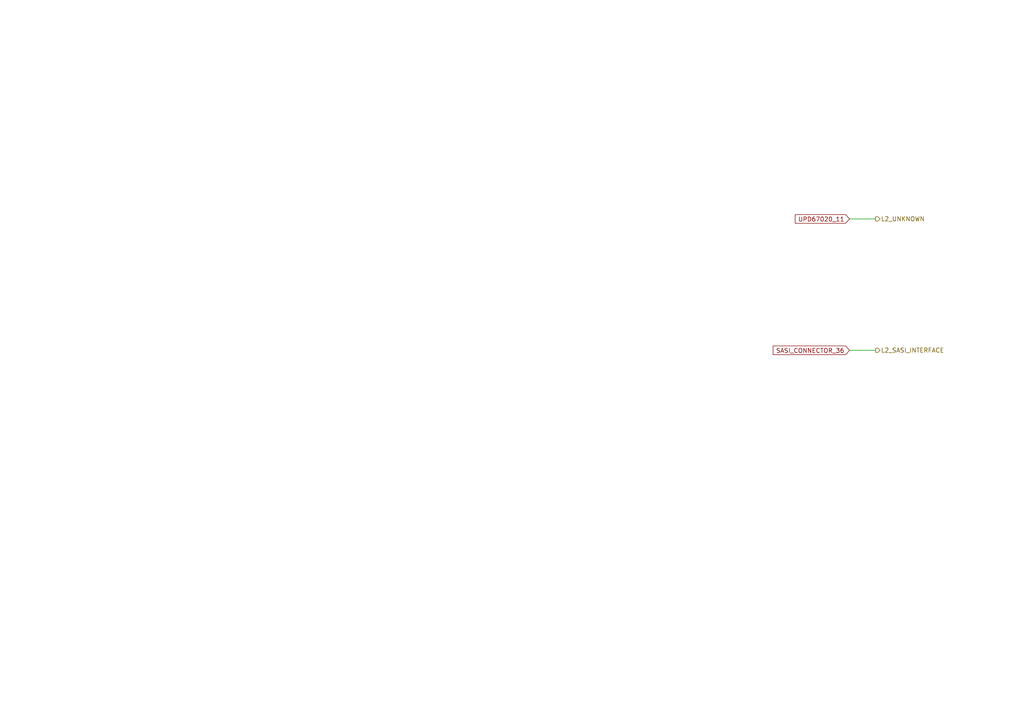
<source format=kicad_sch>
(kicad_sch
	(version 20250114)
	(generator "eeschema")
	(generator_version "9.0")
	(uuid "2b4c7f30-a7e8-46b8-a062-580488b2ea8a")
	(paper "A4")
	(lib_symbols)
	(wire
		(pts
			(xy 246.38 63.5) (xy 254 63.5)
		)
		(stroke
			(width 0)
			(type default)
		)
		(uuid "bcf13825-c2e0-4b0b-beea-81f99ded33bc")
	)
	(wire
		(pts
			(xy 246.38 101.6) (xy 254 101.6)
		)
		(stroke
			(width 0)
			(type default)
		)
		(uuid "c24c3c5c-970b-49af-8a10-3e54d9d377c8")
	)
	(global_label "UPD67020_11"
		(shape input)
		(at 246.38 63.5 180)
		(fields_autoplaced yes)
		(effects
			(font
				(size 1.27 1.27)
			)
			(justify right)
		)
		(uuid "066aea78-da5f-492c-b5cb-0f9daf45a815")
		(property "Intersheetrefs" "${INTERSHEET_REFS}"
			(at 230.0902 63.5 0)
			(effects
				(font
					(size 1.27 1.27)
				)
				(justify right)
				(hide yes)
			)
		)
	)
	(global_label "SASI_CONNECTOR_36"
		(shape input)
		(at 246.38 101.6 180)
		(fields_autoplaced yes)
		(effects
			(font
				(size 1.27 1.27)
			)
			(justify right)
		)
		(uuid "4a7d1910-e434-4c86-80b8-1d5410b6d828")
		(property "Intersheetrefs" "${INTERSHEET_REFS}"
			(at 223.6796 101.6 0)
			(effects
				(font
					(size 1.27 1.27)
				)
				(justify right)
				(hide yes)
			)
		)
	)
	(hierarchical_label "L2_SASI_INTERFACE"
		(shape output)
		(at 254 101.6 0)
		(effects
			(font
				(size 1.27 1.27)
			)
			(justify left)
		)
		(uuid "379670e7-600a-4025-8df0-91f1779c30df")
	)
	(hierarchical_label "L2_UNKNOWN"
		(shape output)
		(at 254 63.5 0)
		(effects
			(font
				(size 1.27 1.27)
			)
			(justify left)
		)
		(uuid "b71d497d-5a92-4d42-8432-34f6a2e6b841")
	)
)

</source>
